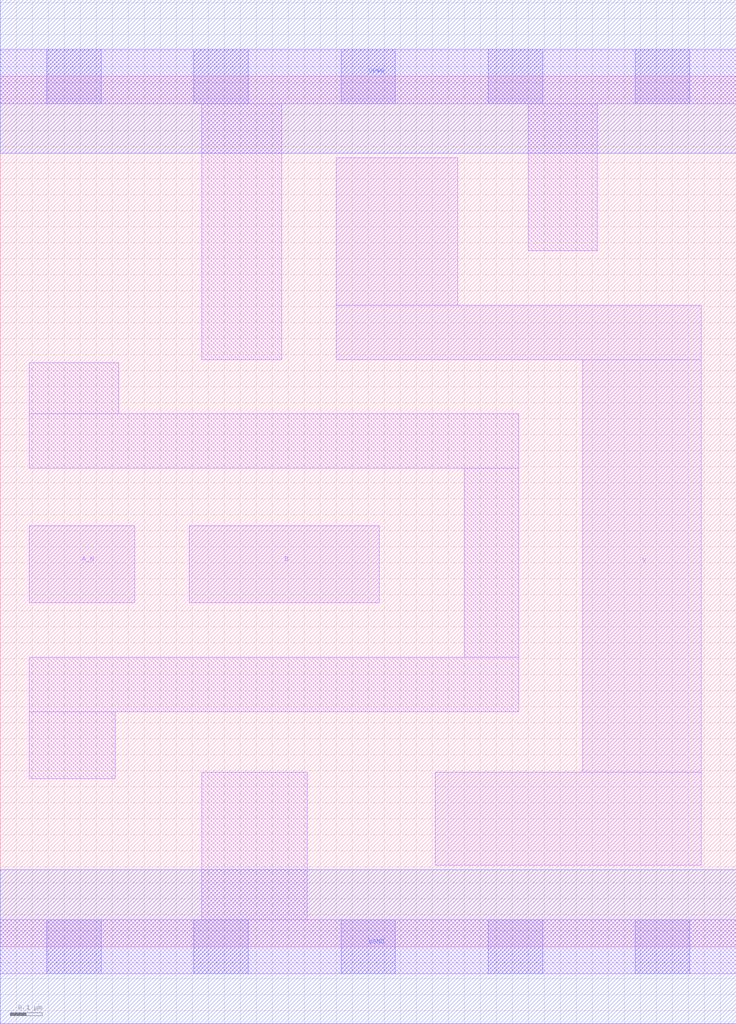
<source format=lef>
# Copyright 2020 The SkyWater PDK Authors
#
# Licensed under the Apache License, Version 2.0 (the "License");
# you may not use this file except in compliance with the License.
# You may obtain a copy of the License at
#
#     https://www.apache.org/licenses/LICENSE-2.0
#
# Unless required by applicable law or agreed to in writing, software
# distributed under the License is distributed on an "AS IS" BASIS,
# WITHOUT WARRANTIES OR CONDITIONS OF ANY KIND, either express or implied.
# See the License for the specific language governing permissions and
# limitations under the License.
#
# SPDX-License-Identifier: Apache-2.0

VERSION 5.7 ;
BUSBITCHARS "[]" ;
DIVIDERCHAR "/" ;
PROPERTYDEFINITIONS
  MACRO maskLayoutSubType STRING ;
  MACRO prCellType STRING ;
  MACRO originalViewName STRING ;
END PROPERTYDEFINITIONS
MACRO sky130_fd_sc_hdll__nand2b_1
  ORIGIN  0.000000  0.000000 ;
  CLASS CORE ;
  SYMMETRY X Y R90 ;
  SIZE  2.300000 BY  2.720000 ;
  SITE unithd ;
  PIN A_N
    ANTENNAGATEAREA  0.138600 ;
    DIRECTION INPUT ;
    USE SIGNAL ;
    PORT
      LAYER li1 ;
        RECT 0.090000 1.075000 0.420000 1.315000 ;
    END
  END A_N
  PIN B
    ANTENNAGATEAREA  0.277500 ;
    DIRECTION INPUT ;
    USE SIGNAL ;
    PORT
      LAYER li1 ;
        RECT 0.590000 1.075000 1.185000 1.315000 ;
    END
  END B
  PIN VGND
    DIRECTION INOUT ;
    USE SIGNAL ;
    PORT
      LAYER met1 ;
        RECT 0.000000 -0.240000 2.300000 0.240000 ;
    END
  END VGND
  PIN VPWR
    DIRECTION INOUT ;
    USE SIGNAL ;
    PORT
      LAYER met1 ;
        RECT 0.000000 2.480000 2.300000 2.960000 ;
    END
  END VPWR
  PIN Y
    ANTENNADIFFAREA  0.491500 ;
    DIRECTION OUTPUT ;
    USE SIGNAL ;
    PORT
      LAYER li1 ;
        RECT 1.050000 1.835000 2.190000 2.005000 ;
        RECT 1.050000 2.005000 1.430000 2.465000 ;
        RECT 1.360000 0.255000 2.190000 0.545000 ;
        RECT 1.820000 0.545000 2.190000 1.835000 ;
    END
  END Y
  OBS
    LAYER li1 ;
      RECT 0.000000 -0.085000 2.300000 0.085000 ;
      RECT 0.000000  2.635000 2.300000 2.805000 ;
      RECT 0.090000  0.525000 0.360000 0.735000 ;
      RECT 0.090000  0.735000 1.620000 0.905000 ;
      RECT 0.090000  1.495000 1.620000 1.665000 ;
      RECT 0.090000  1.665000 0.370000 1.825000 ;
      RECT 0.630000  0.085000 0.960000 0.545000 ;
      RECT 0.630000  1.835000 0.880000 2.635000 ;
      RECT 1.450000  0.905000 1.620000 1.495000 ;
      RECT 1.650000  2.175000 1.865000 2.635000 ;
    LAYER mcon ;
      RECT 0.145000 -0.085000 0.315000 0.085000 ;
      RECT 0.145000  2.635000 0.315000 2.805000 ;
      RECT 0.605000 -0.085000 0.775000 0.085000 ;
      RECT 0.605000  2.635000 0.775000 2.805000 ;
      RECT 1.065000 -0.085000 1.235000 0.085000 ;
      RECT 1.065000  2.635000 1.235000 2.805000 ;
      RECT 1.525000 -0.085000 1.695000 0.085000 ;
      RECT 1.525000  2.635000 1.695000 2.805000 ;
      RECT 1.985000 -0.085000 2.155000 0.085000 ;
      RECT 1.985000  2.635000 2.155000 2.805000 ;
  END
  PROPERTY maskLayoutSubType "abstract" ;
  PROPERTY prCellType "standard" ;
  PROPERTY originalViewName "layout" ;
END sky130_fd_sc_hdll__nand2b_1

</source>
